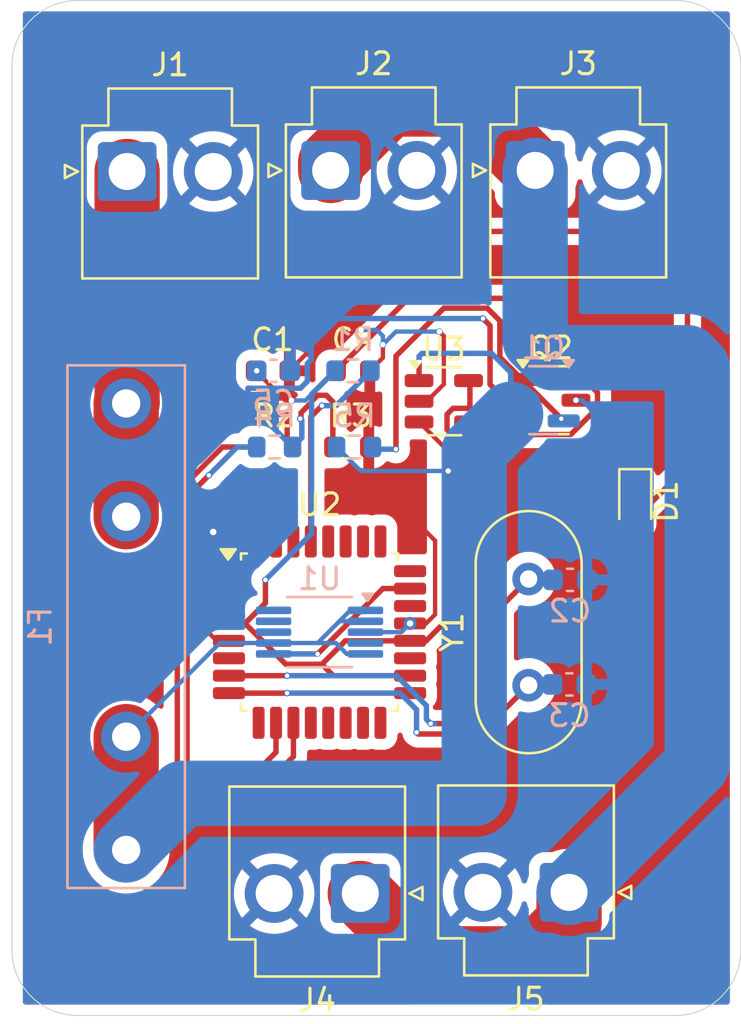
<source format=kicad_pcb>
(kicad_pcb (version 20241229) (generator "pcbnew") (generator_version "9.0")
  (layers (0 "F.Cu" signal) (2 "B.Cu" signal) (13 "F.Paste" user) (15 "B.Paste" user) (5 "F.SilkS" user "F.Silkscreen") (7 "B.SilkS" user "B.Silkscreen") (1 "F.Mask" user) (3 "B.Mask" user) (25 "Edge.Cuts" user))
  (net 0 "")
  (net 1 "GND")
  (net 2 "Net-(Q1-G)")
  (net 3 "Net-(Q2-G)")
  (net 4 "+6.6V")
  (net 5 "+5V")
  (net 6 "Net-(J1-Pin_1)")
  (net 7 "+BATT")
  (net 8 "VREF")
  (net 9 "Net-(U2-XTAL1{slash}PB6)")
  (net 10 "Net-(U2-XTAL2{slash}PB7)")
  (net 11 "Net-(D1-A)")
  (net 12 "Net-(U2-~{RESET}{slash}PC6)")
  (net 13 "Net-(U2-PD7)")
  (net 14 "Net-(U2-PD6)")
  (net 37 "Net-(U3-BP)")
  (footprint "Diode_SMD:D_0603_1608Metric" (layer "F.Cu") (at 102.4 91 -90)
    (property "Reference" "D1" (at 0 -1.43 90) (layer "F.SilkS"))
    (property "Value" "LED")
    (fp_line (start -1.485 0.735) (end 0.8 0.735) (stroke (width 0.12)) (layer "F.SilkS"))
    (fp_line (start -1.485 -0.735) (end -1.485 0.735) (stroke (width 0.12)) (layer "F.SilkS"))
    (fp_line (start 0.8 -0.735) (end -1.485 -0.735) (stroke (width 0.12)) (layer "F.SilkS"))
    (pad "1" smd roundrect (at -0.7875 0 270) (size 0.875 0.95) (layers "F.Cu" "F.Mask" "F.Paste") (net 1 "GND"))
    (pad "2" smd roundrect (at 0.7875 0 270) (size 0.875 0.95) (layers "F.Cu" "F.Mask" "F.Paste") (net 11 "Net-(D1-A)"))
  )
  (footprint "Resistor_SMD:R_0603_1608Metric" (layer "F.Cu") (at 85.825 88.5)
    (property "Reference" "R2" (at 0 -1.43 0) (layer "F.SilkS"))
    (property "Value" "10K")
    (fp_line (start -0.237258 -0.5225) (end 0.237258 -0.5225) (stroke (width 0.12)) (layer "F.SilkS"))
    (fp_line (start -0.237258 0.5225) (end 0.237258 0.5225) (stroke (width 0.12)) (layer "F.SilkS"))
    (pad "1" smd roundrect (at -0.825 0) (size 0.8 0.95) (layers "F.Cu" "F.Mask" "F.Paste") (net 13 "Net-(U2-PD7)"))
    (pad "2" smd roundrect (at 0.825 0) (size 0.8 0.95) (layers "F.Cu" "F.Mask" "F.Paste") (net 11 "Net-(D1-A)"))
  )
  (footprint "Resistor_SMD:R_0603_1608Metric" (layer "F.Cu") (at 89.325 88.5)
    (property "Reference" "R3" (at 0 -1.43 0) (layer "F.SilkS"))
    (property "Value" "10K")
    (fp_line (start -0.237258 -0.5225) (end 0.237258 -0.5225) (stroke (width 0.12)) (layer "F.SilkS"))
    (fp_line (start -0.237258 0.5225) (end 0.237258 0.5225) (stroke (width 0.12)) (layer "F.SilkS"))
    (pad "1" smd roundrect (at -0.825 0) (size 0.8 0.95) (layers "F.Cu" "F.Mask" "F.Paste") (net 3 "Net-(Q2-G)"))
    (pad "2" smd roundrect (at 0.825 0) (size 0.8 0.95) (layers "F.Cu" "F.Mask" "F.Paste") (net 1 "GND"))
  )
  (footprint "Connector_JST:JST_VH_B2P-VH-B_1x02_P3.96mm_Vertical" (layer "F.Cu") (at 99.3575 108.95 180)
    (property "Reference" "J5" (at 1.98 -4.9 0) (layer "F.SilkS"))
    (property "Value" "Conn_01x02")
    (fp_line (start 6.02 4.91) (end -2.06 4.91) (stroke (width 0.12)) (layer "F.SilkS"))
    (fp_line (start 6.02 -2.11) (end 6.02 4.91) (stroke (width 0.12)) (layer "F.SilkS"))
    (fp_line (start 4.82 -2.11) (end 6.02 -2.11) (stroke (width 0.12)) (layer "F.SilkS"))
    (fp_line (start 4.82 -3.81) (end 4.82 -2.11) (stroke (width 0.12)) (layer "F.SilkS"))
    (fp_line (start -0.86 -2.11) (end -0.86 -3.81) (stroke (width 0.12)) (layer "F.SilkS"))
    (fp_line (start -0.86 -3.81) (end 4.82 -3.81) (stroke (width 0.12)) (layer "F.SilkS"))
    (fp_line (start -2.06 4.91) (end -2.06 -2.11) (stroke (width 0.12)) (layer "F.SilkS"))
    (fp_line (start -2.06 -2.11) (end -0.86 -2.11) (stroke (width 0.12)) (layer "F.SilkS"))
    (fp_line (start -2.26 0) (end -2.86 0.3) (stroke (width 0.12)) (layer "F.SilkS"))
    (fp_line (start -2.86 0.3) (end -2.86 -0.3) (stroke (width 0.12)) (layer "F.SilkS"))
    (fp_line (start -2.86 -0.3) (end -2.26 0) (stroke (width 0.12)) (layer "F.SilkS"))
    (pad "1" thru_hole roundrect (at 0 0 180) (size 2.7 2.7) (drill 1.7) (layers "*.Cu" "*.Mask") (roundrect_rratio 0.092593) (net 4 "+6.6V"))
    (pad "2" thru_hole circle (at 3.96 0 180) (size 2.7 2.7) (drill 1.7) (layers "*.Cu" "*.Mask") (net 1 "GND"))
  )
  (footprint "Connector_JST:JST_VH_B2P-VH-B_1x02_P3.96mm_Vertical" (layer "F.Cu") (at 89.76 109 180)
    (property "Reference" "J4" (at 1.98 -4.9 0) (layer "F.SilkS"))
    (property "Value" "Conn_01x02")
    (fp_line (start 6.02 4.91) (end -2.06 4.91) (stroke (width 0.12)) (layer "F.SilkS"))
    (fp_line (start 6.02 -2.11) (end 6.02 4.91) (stroke (width 0.12)) (layer "F.SilkS"))
    (fp_line (start 4.82 -2.11) (end 6.02 -2.11) (stroke (width 0.12)) (layer "F.SilkS"))
    (fp_line (start 4.82 -3.81) (end 4.82 -2.11) (stroke (width 0.12)) (layer "F.SilkS"))
    (fp_line (start -0.86 -2.11) (end -0.86 -3.81) (stroke (width 0.12)) (layer "F.SilkS"))
    (fp_line (start -0.86 -3.81) (end 4.82 -3.81) (stroke (width 0.12)) (layer "F.SilkS"))
    (fp_line (start -2.06 4.91) (end -2.06 -2.11) (stroke (width 0.12)) (layer "F.SilkS"))
    (fp_line (start -2.06 -2.11) (end -0.86 -2.11) (stroke (width 0.12)) (layer "F.SilkS"))
    (fp_line (start -2.26 0) (end -2.86 0.3) (stroke (width 0.12)) (layer "F.SilkS"))
    (fp_line (start -2.86 0.3) (end -2.86 -0.3) (stroke (width 0.12)) (layer "F.SilkS"))
    (fp_line (start -2.86 -0.3) (end -2.26 0) (stroke (width 0.12)) (layer "F.SilkS"))
    (pad "1" thru_hole roundrect (at 0 0 180) (size 2.7 2.7) (drill 1.7) (layers "*.Cu" "*.Mask") (roundrect_rratio 0.092593) (net 4 "+6.6V"))
    (pad "2" thru_hole circle (at 3.96 0 180) (size 2.7 2.7) (drill 1.7) (layers "*.Cu" "*.Mask") (net 1 "GND"))
  )
  (footprint "Package_QFP:TQFP-32_7x7mm_P0.8mm" (layer "F.Cu") (at 87.8875 97)
    (property "Reference" "U2" (at 0 -5.85 0) (layer "F.SilkS"))
    (property "Value" "ATmega328P-A")
    (fp_line (start -3.61 -3.61) (end -3.61 -3.335) (stroke (width 0.12)) (layer "F.SilkS"))
    (fp_line (start -3.61 3.61) (end -3.61 3.335) (stroke (width 0.12)) (layer "F.SilkS"))
    (fp_line (start -3.335 -3.61) (end -3.61 -3.61) (stroke (width 0.12)) (layer "F.SilkS"))
    (fp_line (start -3.335 3.61) (end -3.61 3.61) (stroke (width 0.12)) (layer "F.SilkS"))
    (fp_line (start 3.335 -3.61) (end 3.61 -3.61) (stroke (width 0.12)) (layer "F.SilkS"))
    (fp_line (start 3.335 3.61) (end 3.61 3.61) (stroke (width 0.12)) (layer "F.SilkS"))
    (fp_line (start 3.61 -3.61) (end 3.61 -3.335) (stroke (width 0.12)) (layer "F.SilkS"))
    (fp_line (start 3.61 3.61) (end 3.61 3.335) (stroke (width 0.12)) (layer "F.SilkS"))
    (fp_poly (pts (xy -4.2 -3.335) (xy -4.54 -3.805) (xy -3.86 -3.805)) (stroke (width 0.12)) (fill yes) (layer "F.SilkS"))
    (pad "1" smd roundrect (at -4.1625 -2.8) (size 1.475 0.55) (layers "F.Cu" "F.Mask" "F.Paste"))
    (pad "2" smd roundrect (at -4.1625 -2) (size 1.475 0.55) (layers "F.Cu" "F.Mask" "F.Paste"))
    (pad "3" smd roundrect (at -4.1625 -1.2) (size 1.475 0.55) (layers "F.Cu" "F.Mask" "F.Paste") (net 1 "GND"))
    (pad "4" smd roundrect (at -4.1625 -0.4) (size 1.475 0.55) (layers "F.Cu" "F.Mask" "F.Paste") (net 5 "+5V"))
    (pad "5" smd roundrect (at -4.1625 0.4) (size 1.475 0.55) (layers "F.Cu" "F.Mask" "F.Paste") (net 1 "GND"))
    (pad "6" smd roundrect (at -4.1625 1.2) (size 1.475 0.55) (layers "F.Cu" "F.Mask" "F.Paste") (net 5 "+5V"))
    (pad "7" smd roundrect (at -4.1625 2) (size 1.475 0.55) (layers "F.Cu" "F.Mask" "F.Paste") (net 9 "Net-(U2-XTAL1{slash}PB6)"))
    (pad "8" smd roundrect (at -4.1625 2.8) (size 1.475 0.55) (layers "F.Cu" "F.Mask" "F.Paste") (net 10 "Net-(U2-XTAL2{slash}PB7)"))
    (pad "9" smd roundrect (at -2.8 4.1625) (size 0.55 1.475) (layers "F.Cu" "F.Mask" "F.Paste"))
    (pad "10" smd roundrect (at -2 4.1625) (size 0.55 1.475) (layers "F.Cu" "F.Mask" "F.Paste") (net 14 "Net-(U2-PD6)"))
    (pad "11" smd roundrect (at -1.2 4.1625) (size 0.55 1.475) (layers "F.Cu" "F.Mask" "F.Paste") (net 13 "Net-(U2-PD7)"))
    (pad "12" smd roundrect (at -0.4 4.1625) (size 0.55 1.475) (layers "F.Cu" "F.Mask" "F.Paste"))
    (pad "13" smd roundrect (at 0.4 4.1625) (size 0.55 1.475) (layers "F.Cu" "F.Mask" "F.Paste"))
    (pad "14" smd roundrect (at 1.2 4.1625) (size 0.55 1.475) (layers "F.Cu" "F.Mask" "F.Paste"))
    (pad "15" smd roundrect (at 2 4.1625) (size 0.55 1.475) (layers "F.Cu" "F.Mask" "F.Paste"))
    (pad "16" smd roundrect (at 2.8 4.1625) (size 0.55 1.475) (layers "F.Cu" "F.Mask" "F.Paste"))
    (pad "17" smd roundrect (at 4.1625 2.8) (size 1.475 0.55) (layers "F.Cu" "F.Mask" "F.Paste"))
    (pad "18" smd roundrect (at 4.1625 2) (size 1.475 0.55) (layers "F.Cu" "F.Mask" "F.Paste") (net 5 "+5V"))
    (pad "19" smd roundrect (at 4.1625 1.2) (size 1.475 0.55) (layers "F.Cu" "F.Mask" "F.Paste"))
    (pad "20" smd roundrect (at 4.1625 0.4) (size 1.475 0.55) (layers "F.Cu" "F.Mask" "F.Paste") (net 5 "+5V"))
    (pad "21" smd roundrect (at 4.1625 -0.4) (size 1.475 0.55) (layers "F.Cu" "F.Mask" "F.Paste") (net 1 "GND"))
    (pad "22" smd roundrect (at 4.1625 -1.2) (size 1.475 0.55) (layers "F.Cu" "F.Mask" "F.Paste"))
    (pad "23" smd roundrect (at 4.1625 -2) (size 1.475 0.55) (layers "F.Cu" "F.Mask" "F.Paste") (net 8 "VREF"))
    (pad "24" smd roundrect (at 4.1625 -2.8) (size 1.475 0.55) (layers "F.Cu" "F.Mask" "F.Paste"))
    (pad "25" smd roundrect (at 2.8 -4.1625) (size 0.55 1.475) (layers "F.Cu" "F.Mask" "F.Paste"))
    (pad "26" smd roundrect (at 2 -4.1625) (size 0.55 1.475) (layers "F.Cu" "F.Mask" "F.Paste"))
    (pad "27" smd roundrect (at 1.2 -4.1625) (size 0.55 1.475) (layers "F.Cu" "F.Mask" "F.Paste"))
    (pad "28" smd roundrect (at 0.4 -4.1625) (size 0.55 1.475) (layers "F.Cu" "F.Mask" "F.Paste"))
    (pad "29" smd roundrect (at -0.4 -4.1625) (size 0.55 1.475) (layers "F.Cu" "F.Mask" "F.Paste") (net 12 "Net-(U2-~{RESET}{slash}PC6)"))
    (pad "30" smd roundrect (at -1.2 -4.1625) (size 0.55 1.475) (layers "F.Cu" "F.Mask" "F.Paste"))
    (pad "31" smd roundrect (at -2 -4.1625) (size 0.55 1.475) (layers "F.Cu" "F.Mask" "F.Paste"))
    (pad "32" smd roundrect (at -2.8 -4.1625) (size 0.55 1.475) (layers "F.Cu" "F.Mask" "F.Paste"))
  )
  (footprint "Connector_JST:JST_VH_B2P-VH-B_1x02_P3.96mm_Vertical" (layer "F.Cu") (at 79.0425 75.85)
    (property "Reference" "J1" (at 1.98 -4.9 0) (layer "F.SilkS"))
    (property "Value" "Conn_01x02")
    (fp_line (start -2.86 -0.3) (end -2.26 0) (stroke (width 0.12)) (layer "F.SilkS"))
    (fp_line (start -2.86 0.3) (end -2.86 -0.3) (stroke (width 0.12)) (layer "F.SilkS"))
    (fp_line (start -2.26 0) (end -2.86 0.3) (stroke (width 0.12)) (layer "F.SilkS"))
    (fp_line (start -2.06 -2.11) (end -0.86 -2.11) (stroke (width 0.12)) (layer "F.SilkS"))
    (fp_line (start -2.06 4.91) (end -2.06 -2.11) (stroke (width 0.12)) (layer "F.SilkS"))
    (fp_line (start -0.86 -3.81) (end 4.82 -3.81) (stroke (width 0.12)) (layer "F.SilkS"))
    (fp_line (start -0.86 -2.11) (end -0.86 -3.81) (stroke (width 0.12)) (layer "F.SilkS"))
    (fp_line (start 4.82 -3.81) (end 4.82 -2.11) (stroke (width 0.12)) (layer "F.SilkS"))
    (fp_line (start 4.82 -2.11) (end 6.02 -2.11) (stroke (width 0.12)) (layer "F.SilkS"))
    (fp_line (start 6.02 -2.11) (end 6.02 4.91) (stroke (width 0.12)) (layer "F.SilkS"))
    (fp_line (start 6.02 4.91) (end -2.06 4.91) (stroke (width 0.12)) (layer "F.SilkS"))
    (pad "1" thru_hole roundrect (at 0 0) (size 2.7 2.7) (drill 1.7) (layers "*.Cu" "*.Mask") (roundrect_rratio 0.092593) (net 6 "Net-(J1-Pin_1)"))
    (pad "2" thru_hole circle (at 3.96 0) (size 2.7 2.7) (drill 1.7) (layers "*.Cu" "*.Mask") (net 1 "GND"))
  )
  (footprint "Connector_JST:JST_VH_B2P-VH-B_1x02_P3.96mm_Vertical" (layer "F.Cu") (at 97.8 75.8)
    (property "Reference" "J3" (at 1.98 -4.9 0) (layer "F.SilkS"))
    (property "Value" "Conn_01x02")
    (fp_line (start -2.86 -0.3) (end -2.26 0) (stroke (width 0.12)) (layer "F.SilkS"))
    (fp_line (start -2.86 0.3) (end -2.86 -0.3) (stroke (width 0.12)) (layer "F.SilkS"))
    (fp_line (start -2.26 0) (end -2.86 0.3) (stroke (width 0.12)) (layer "F.SilkS"))
    (fp_line (start -2.06 -2.11) (end -0.86 -2.11) (stroke (width 0.12)) (layer "F.SilkS"))
    (fp_line (start -2.06 4.91) (end -2.06 -2.11) (stroke (width 0.12)) (layer "F.SilkS"))
    (fp_line (start -0.86 -3.81) (end 4.82 -3.81) (stroke (width 0.12)) (layer "F.SilkS"))
    (fp_line (start -0.86 -2.11) (end -0.86 -3.81) (stroke (width 0.12)) (layer "F.SilkS"))
    (fp_line (start 4.82 -3.81) (end 4.82 -2.11) (stroke (width 0.12)) (layer "F.SilkS"))
    (fp_line (start 4.82 -2.11) (end 6.02 -2.11) (stroke (width 0.12)) (layer "F.SilkS"))
    (fp_line (start 6.02 -2.11) (end 6.02 4.91) (stroke (width 0.12)) (layer "F.SilkS"))
    (fp_line (start 6.02 4.91) (end -2.06 4.91) (stroke (width 0.12)) (layer "F.SilkS"))
    (pad "1" thru_hole roundrect (at 0 0) (size 2.7 2.7) (drill 1.7) (layers "*.Cu" "*.Mask") (roundrect_rratio 0.092593) (net 4 "+6.6V"))
    (pad "2" thru_hole circle (at 3.96 0) (size 2.7 2.7) (drill 1.7) (layers "*.Cu" "*.Mask") (net 1 "GND"))
  )
  (footprint "Capacitor_SMD:C_0603_1608Metric" (layer "F.Cu") (at 89.425 85)
    (property "Reference" "C4" (at 0 -1.43 0) (layer "F.SilkS"))
    (property "Value" "470pF")
    (fp_line (start -0.14058 -0.51) (end 0.14058 -0.51) (stroke (width 0.12)) (layer "F.SilkS"))
    (fp_line (start -0.14058 0.51) (end 0.14058 0.51) (stroke (width 0.12)) (layer "F.SilkS"))
    (pad "1" smd roundrect (at -0.775 0) (size 0.9 0.95) (layers "F.Cu" "F.Mask" "F.Paste") (net 37 "Net-(U3-BP)"))
    (pad "2" smd roundrect (at 0.775 0) (size 0.9 0.95) (layers "F.Cu" "F.Mask" "F.Paste") (net 1 "GND"))
  )
  (footprint "Capacitor_SMD:C_0603_1608Metric" (layer "F.Cu") (at 85.725 85)
    (property "Reference" "C1" (at 0 -1.43 0) (layer "F.SilkS"))
    (property "Value" "0.1uF")
    (fp_line (start -0.14058 -0.51) (end 0.14058 -0.51) (stroke (width 0.12)) (layer "F.SilkS"))
    (fp_line (start -0.14058 0.51) (end 0.14058 0.51) (stroke (width 0.12)) (layer "F.SilkS"))
    (pad "1" smd roundrect (at -0.775 0) (size 0.9 0.95) (layers "F.Cu" "F.Mask" "F.Paste") (net 5 "+5V"))
    (pad "2" smd roundrect (at 0.775 0) (size 0.9 0.95) (layers "F.Cu" "F.Mask" "F.Paste") (net 1 "GND"))
  )
  (footprint "Crystal:Crystal_HC49-U_Vertical" (layer "F.Cu") (at 97.5 99.44 90)
    (property "Reference" "Y1" (at 2.44 -3.52 90) (layer "F.SilkS"))
    (property "Value" "Crystal")
    (fp_line (start -0.685 -2.435) (end 5.565 -2.435) (stroke (width 0.12)) (layer "F.SilkS"))
    (fp_line (start 5.565 2.435) (end -0.685 2.435) (stroke (width 0.12)) (layer "F.SilkS"))
    (fp_arc (start 5.565 -2.435) (mid 8 0) (end 5.565 2.435) (stroke (width 0.12)) (layer "F.SilkS"))
    (fp_arc (start -0.685 2.435) (mid -3.12 0) (end -0.685 -2.435) (stroke (width 0.12)) (layer "F.SilkS"))
    (pad "1" thru_hole circle (at 0 0 90) (size 1.5 1.5) (drill 0.8) (layers "*.Cu" "*.Mask") (net 10 "Net-(U2-XTAL2{slash}PB7)"))
    (pad "2" thru_hole circle (at 4.88 0 90) (size 1.5 1.5) (drill 0.8) (layers "*.Cu" "*.Mask") (net 9 "Net-(U2-XTAL1{slash}PB6)"))
  )
  (footprint "Package_TO_SOT_SMD:SOT-23-3" (layer "F.Cu") (at 98.5375 86.35)
    (property "Reference" "Q2" (at 0 -2.4 0) (layer "F.SilkS"))
    (property "Value" "NMOS")
    (fp_line (start 0 -1.56) (end -0.8 -1.56) (stroke (width 0.12)) (layer "F.SilkS"))
    (fp_line (start 0 -1.56) (end 0.8 -1.56) (stroke (width 0.12)) (layer "F.SilkS"))
    (fp_line (start 0 1.56) (end -0.8 1.56) (stroke (width 0.12)) (layer "F.SilkS"))
    (fp_line (start 0 1.56) (end 0.8 1.56) (stroke (width 0.12)) (layer "F.SilkS"))
    (fp_poly (pts (xy -1.3 -1.51) (xy -1.54 -1.84) (xy -1.06 -1.84)) (stroke (width 0.12)) (fill yes) (layer "F.SilkS"))
    (pad "1" smd roundrect (at -1.1375 -0.95) (size 1.325 0.6) (layers "F.Cu" "F.Mask" "F.Paste") (net 2 "Net-(Q1-G)"))
    (pad "2" smd roundrect (at -1.1375 0.95) (size 1.325 0.6) (layers "F.Cu" "F.Mask" "F.Paste") (net 3 "Net-(Q2-G)"))
    (pad "3" smd roundrect (at 1.1375 0) (size 1.325 0.6) (layers "F.Cu" "F.Mask" "F.Paste") (net 1 "GND"))
  )
  (footprint "Package_TO_SOT_SMD:SOT-23-5" (layer "F.Cu") (at 93.6 86.4)
    (property "Reference" "U3" (at 0 -2.4 0) (layer "F.SilkS"))
    (property "Value" "MIC5219-5.0YM5")
    (fp_line (start 0 -1.56) (end -0.8 -1.56) (stroke (width 0.12)) (layer "F.SilkS"))
    (fp_line (start 0 -1.56) (end 0.8 -1.56) (stroke (width 0.12)) (layer "F.SilkS"))
    (fp_line (start 0 1.56) (end -0.8 1.56) (stroke (width 0.12)) (layer "F.SilkS"))
    (fp_line (start 0 1.56) (end 0.8 1.56) (stroke (width 0.12)) (layer "F.SilkS"))
    (fp_poly (pts (xy -1.3 -1.51) (xy -1.54 -1.84) (xy -1.06 -1.84)) (stroke (width 0.12)) (fill yes) (layer "F.SilkS"))
    (pad "1" smd roundrect (at -1.1375 -0.95) (size 1.325 0.6) (layers "F.Cu" "F.Mask" "F.Paste") (net 7 "+BATT"))
    (pad "2" smd roundrect (at -1.1375 0) (size 1.325 0.6) (layers "F.Cu" "F.Mask" "F.Paste") (net 1 "GND"))
    (pad "3" smd roundrect (at -1.1375 0.95) (size 1.325 0.6) (layers "F.Cu" "F.Mask" "F.Paste") (net 7 "+BATT"))
    (pad "4" smd roundrect (at 1.1375 0.95) (size 1.325 0.6) (layers "F.Cu" "F.Mask" "F.Paste") (net 37 "Net-(U3-BP)"))
    (pad "5" smd roundrect (at 1.1375 -0.95) (size 1.325 0.6) (layers "F.Cu" "F.Mask" "F.Paste") (net 5 "+5V"))
  )
  (footprint "Connector_JST:JST_VH_B2P-VH-B_1x02_P3.96mm_Vertical" (layer "F.Cu") (at 88.4 75.8)
    (property "Reference" "J2" (at 1.98 -4.9 0) (layer "F.SilkS"))
    (property "Value" "Conn_01x02")
    (fp_line (start -2.86 -0.3) (end -2.26 0) (stroke (width 0.12)) (layer "F.SilkS"))
    (fp_line (start -2.86 0.3) (end -2.86 -0.3) (stroke (width 0.12)) (layer "F.SilkS"))
    (fp_line (start -2.26 0) (end -2.86 0.3) (stroke (width 0.12)) (layer "F.SilkS"))
    (fp_line (start -2.06 -2.11) (end -0.86 -2.11) (stroke (width 0.12)) (layer "F.SilkS"))
    (fp_line (start -2.06 4.91) (end -2.06 -2.11) (stroke (width 0.12)) (layer "F.SilkS"))
    (fp_line (start -0.86 -3.81) (end 4.82 -3.81) (stroke (width 0.12)) (layer "F.SilkS"))
    (fp_line (start -0.86 -2.11) (end -0.86 -3.81) (stroke (width 0.12)) (layer "F.SilkS"))
    (fp_line (start 4.82 -3.81) (end 4.82 -2.11) (stroke (width 0.12)) (layer "F.SilkS"))
    (fp_line (start 4.82 -2.11) (end 6.02 -2.11) (stroke (width 0.12)) (layer "F.SilkS"))
    (fp_line (start 6.02 -2.11) (end 6.02 4.91) (stroke (width 0.12)) (layer "F.SilkS"))
    (fp_line (start 6.02 4.91) (end -2.06 4.91) (stroke (width 0.12)) (layer "F.SilkS"))
    (pad "1" thru_hole roundrect (at 0 0) (size 2.7 2.7) (drill 1.7) (layers "*.Cu" "*.Mask") (roundrect_rratio 0.092593) (net 4 "+6.6V"))
    (pad "2" thru_hole circle (at 3.96 0) (size 2.7 2.7) (drill 1.7) (layers "*.Cu" "*.Mask") (net 1 "GND"))
  )
  (footprint "Resistor_SMD:R_0603_1608Metric" (layer "B.Cu") (at 89.5 88.5 180)
    (property "Reference" "R5" (at 0 1.43 0) (layer "B.SilkS") (effects (justify mirror)))
    (property "Value" "10K")
    (fp_line (start -0.237258 0.5225) (end 0.237258 0.5225) (stroke (width 0.12)) (layer "B.SilkS"))
    (fp_line (start -0.237258 -0.5225) (end 0.237258 -0.5225) (stroke (width 0.12)) (layer "B.SilkS"))
    (pad "1" smd roundrect (at -0.825 0 180) (size 0.8 0.95) (layers "B.Cu" "B.Mask" "B.Paste") (net 2 "Net-(Q1-G)"))
    (pad "2" smd roundrect (at 0.825 0 180) (size 0.8 0.95) (layers "B.Cu" "B.Mask" "B.Paste") (net 7 "+BATT"))
  )
  (footprint "Resistor_SMD:R_0603_1608Metric" (layer "B.Cu") (at 89.425 85 180)
    (property "Reference" "R1" (at 0 1.43 0) (layer "B.SilkS") (effects (justify mirror)))
    (property "Value" "10K")
    (fp_line (start -0.237258 0.5225) (end 0.237258 0.5225) (stroke (width 0.12)) (layer "B.SilkS"))
    (fp_line (start -0.237258 -0.5225) (end 0.237258 -0.5225) (stroke (width 0.12)) (layer "B.SilkS"))
    (pad "1" smd roundrect (at -0.825 0 180) (size 0.8 0.95) (layers "B.Cu" "B.Mask" "B.Paste") (net 12 "Net-(U2-~{RESET}{slash}PC6)"))
    (pad "2" smd roundrect (at 0.825 0 180) (size 0.8 0.95) (layers "B.Cu" "B.Mask" "B.Paste") (net 5 "+5V"))
  )
  (footprint "Capacitor_SMD:C_0603_1608Metric" (layer "B.Cu") (at 85.775 85)
    (property "Reference" "C5" (at 0 1.43 0) (layer "B.SilkS") (effects (justify mirror)))
    (property "Value" "2.2uF")
    (fp_line (start -0.14058 -0.51) (end 0.14058 -0.51) (stroke (width 0.12)) (layer "B.SilkS"))
    (fp_line (start -0.14058 0.51) (end 0.14058 0.51) (stroke (width 0.12)) (layer "B.SilkS"))
    (pad "1" smd roundrect (at -0.775 0) (size 0.9 0.95) (layers "B.Cu" "B.Mask" "B.Paste") (net 5 "+5V"))
    (pad "2" smd roundrect (at 0.775 0) (size 0.9 0.95) (layers "B.Cu" "B.Mask" "B.Paste") (net 1 "GND"))
  )
  (footprint "Fuse:Fuseholder_Littelfuse_445_030_series_5x20mm" (layer "B.Cu") (at 79 86.5 -90)
    (property "Reference" "F1" (at 10.25 3.95 90) (layer "B.SilkS") (effects (justify mirror)))
    (property "Value" "Fuse")
    (fp_line (start -1.75 2.7) (end 22.25 2.7) (stroke (width 0.12)) (layer "B.SilkS"))
    (fp_line (start 22.25 2.7) (end 22.25 -2.7) (stroke (width 0.12)) (layer "B.SilkS"))
    (fp_line (start -1.75 -2.7) (end -1.75 2.7) (stroke (width 0.12)) (layer "B.SilkS"))
    (fp_line (start 22.25 -2.7) (end -1.75 -2.7) (stroke (width 0.12)) (layer "B.SilkS"))
    (pad "1" thru_hole circle (at 0 0 270) (size 2.3 2.3) (drill 1.3) (layers "*.Cu" "*.Mask") (net 6 "Net-(J1-Pin_1)"))
    (pad "1" thru_hole circle (at 5.2 0 270) (size 2.3 2.3) (drill 1.3) (layers "*.Cu" "*.Mask") (net 6 "Net-(J1-Pin_1)"))
    (pad "2" thru_hole circle (at 15.3 0 270) (size 2.3 2.3) (drill 1.3) (layers "*.Cu" "*.Mask") (net 7 "+BATT"))
    (pad "2" thru_hole circle (at 20.5 0 270) (size 2.3 2.3) (drill 1.3) (layers "*.Cu" "*.Mask") (net 7 "+BATT"))
  )
  (footprint "Package_SO:MSOP-10_3x3mm_P0.5mm" (layer "B.Cu") (at 87.8875 97 180)
    (property "Reference" "U1" (at 0 2.45 0) (layer "B.SilkS") (effects (justify mirror)))
    (property "Value" "LT1996CMS_PBF")
    (fp_line (start 0 1.61) (end 1.5 1.61) (stroke (width 0.12)) (layer "B.SilkS"))
    (fp_line (start 0 1.61) (end -1.5 1.61) (stroke (width 0.12)) (layer "B.SilkS"))
    (fp_line (start 0 -1.61) (end 1.5 -1.61) (stroke (width 0.12)) (layer "B.SilkS"))
    (fp_line (start 0 -1.61) (end -1.5 -1.61) (stroke (width 0.12)) (layer "B.SilkS"))
    (fp_poly (pts (xy -2.2125 1.435) (xy -2.4525 1.765) (xy -1.9725 1.765)) (stroke (width 0.12)) (fill yes) (layer "B.SilkS"))
    (pad "1" smd roundrect (at -2.1125 1 180) (size 1.625 0.35) (layers "B.Cu" "B.Mask" "B.Paste") (net 7 "+BATT"))
    (pad "2" smd roundrect (at -2.1125 0.5 180) (size 1.625 0.35) (layers "B.Cu" "B.Mask" "B.Paste") (net 7 "+BATT"))
    (pad "3" smd roundrect (at -2.1125 0 180) (size 1.625 0.35) (layers "B.Cu" "B.Mask" "B.Paste") (net 1 "GND"))
    (pad "4" smd roundrect (at -2.1125 -0.5 180) (size 1.625 0.35) (layers "B.Cu" "B.Mask" "B.Paste") (net 1 "GND"))
    (pad "5" smd roundrect (at -2.1125 -1 180) (size 1.625 0.35) (layers "B.Cu" "B.Mask" "B.Paste") (net 7 "+BATT"))
    (pad "6" smd roundrect (at 2.1125 -1 180) (size 1.625 0.35) (layers "B.Cu" "B.Mask" "B.Paste") (net 8 "VREF"))
    (pad "7" smd roundrect (at 2.1125 -0.5 180) (size 1.625 0.35) (layers "B.Cu" "B.Mask" "B.Paste") (net 7 "+BATT"))
    (pad "8" smd roundrect (at 2.1125 0 180) (size 1.625 0.35) (layers "B.Cu" "B.Mask" "B.Paste"))
    (pad "9" smd roundrect (at 2.1125 0.5 180) (size 1.625 0.35) (layers "B.Cu" "B.Mask" "B.Paste"))
    (pad "10" smd roundrect (at 2.1125 1 180) (size 1.625 0.35) (layers "B.Cu" "B.Mask" "B.Paste"))
  )
  (footprint "Resistor_SMD:R_0603_1608Metric" (layer "B.Cu") (at 85.825 88.5 180)
    (property "Reference" "R4" (at 0 1.43 0) (layer "B.SilkS") (effects (justify mirror)))
    (property "Value" "100")
    (fp_line (start -0.237258 0.5225) (end 0.237258 0.5225) (stroke (width 0.12)) (layer "B.SilkS"))
    (fp_line (start -0.237258 -0.5225) (end 0.237258 -0.5225) (stroke (width 0.12)) (layer "B.SilkS"))
    (pad "1" smd roundrect (at -0.825 0 180) (size 0.8 0.95) (layers "B.Cu" "B.Mask" "B.Paste") (net 3 "Net-(Q2-G)"))
    (pad "2" smd roundrect (at 0.825 0 180) (size 0.8 0.95) (layers "B.Cu" "B.Mask" "B.Paste") (net 14 "Net-(U2-PD6)"))
  )
  (footprint "Capacitor_SMD:C_0603_1608Metric" (layer "B.Cu") (at 99.4 94.6)
    (property "Reference" "C2" (at 0 1.43 0) (layer "B.SilkS") (effects (justify mirror)))
    (property "Value" "22pF")
    (fp_line (start -0.14058 -0.51) (end 0.14058 -0.51) (stroke (width 0.12)) (layer "B.SilkS"))
    (fp_line (start -0.14058 0.51) (end 0.14058 0.51) (stroke (width 0.12)) (layer "B.SilkS"))
    (pad "1" smd roundrect (at -0.775 0) (size 0.9 0.95) (layers "B.Cu" "B.Mask" "B.Paste") (net 9 "Net-(U2-XTAL1{slash}PB6)"))
    (pad "2" smd roundrect (at 0.775 0) (size 0.9 0.95) (layers "B.Cu" "B.Mask" "B.Paste") (net 1 "GND"))
  )
  (footprint "Capacitor_SMD:C_0603_1608Metric" (layer "B.Cu") (at 99.375 99.4)
    (property "Reference" "C3" (at 0 1.43 0) (layer "B.SilkS") (effects (justify mirror)))
    (property "Value" "22pF")
    (fp_line (start -0.14058 -0.51) (end 0.14058 -0.51) (stroke (width 0.12)) (layer "B.SilkS"))
    (fp_line (start -0.14058 0.51) (end 0.14058 0.51) (stroke (width 0.12)) (layer "B.SilkS"))
    (pad "1" smd roundrect (at -0.775 0) (size 0.9 0.95) (layers "B.Cu" "B.Mask" "B.Paste") (net 10 "Net-(U2-XTAL2{slash}PB7)"))
    (pad "2" smd roundrect (at 0.775 0) (size 0.9 0.95) (layers "B.Cu" "B.Mask" "B.Paste") (net 1 "GND"))
  )
  (footprint "Package_TO_SOT_SMD:SOT-23" (layer "B.Cu") (at 98.175 86.35 180)
    (property "Reference" "Q1" (at 0 2.4 0) (layer "B.SilkS") (effects (justify mirror)))
    (property "Value" "PMOS")
    (fp_line (start 0 1.56) (end 0.65 1.56) (stroke (width 0.12)) (layer "B.SilkS"))
    (fp_line (start 0 1.56) (end -0.65 1.56) (stroke (width 0.12)) (layer "B.SilkS"))
    (fp_line (start 0 -1.56) (end 0.65 -1.56) (stroke (width 0.12)) (layer "B.SilkS"))
    (fp_line (start 0 -1.56) (end -0.65 -1.56) (stroke (width 0.12)) (layer "B.SilkS"))
    (fp_poly (pts (xy -1.1625 1.51) (xy -1.4025 1.84) (xy -0.9225 1.84)) (stroke (width 0.12)) (fill yes) (layer "B.SilkS"))
    (pad "1" smd roundrect (at -0.9375 0.95 180) (size 1.475 0.6) (layers "B.Cu" "B.Mask" "B.Paste") (net 4 "+6.6V"))
    (pad "2" smd roundrect (at -0.9375 -0.95 180) (size 1.475 0.6) (layers "B.Cu" "B.Mask" "B.Paste") (net 2 "Net-(Q1-G)"))
    (pad "3" smd roundrect (at 0.9375 0 180) (size 1.475 0.6) (layers "B.Cu" "B.Mask" "B.Paste") (net 7 "+BATT"))
  )
  (gr_arc (start 76.75 114.6) (mid 74.62868 113.72132) (end 73.75 111.6) (stroke (width 0.05)) (layer "Edge.Cuts"))
  (gr_arc (start 107.25 111.6) (mid 106.37132 113.72132) (end 104.25 114.6) (stroke (width 0.05)) (layer "Edge.Cuts"))
  (gr_arc (start 73.75 71) (mid 74.62868 68.87868) (end 76.75 68) (stroke (width 0.05)) (layer "Edge.Cuts"))
  (gr_line (start 73.75 111.6) (end 73.75 71) (stroke (width 0.05)) (layer "Edge.Cuts"))
  (gr_arc (start 104.25 68) (mid 106.37132 68.87868) (end 107.25 71) (stroke (width 0.05)) (layer "Edge.Cuts"))
  (gr_line (start 104.25 114.6) (end 76.75 114.6) (stroke (width 0.05)) (layer "Edge.Cuts"))
  (gr_line (start 107.25 71) (end 107.25 111.6) (stroke (width 0.05)) (layer "Edge.Cuts"))
  (gr_line (start 76.75 68) (end 104.25 68) (stroke (width 0.05)) (layer "Edge.Cuts"))
  (segment (start 93.2 96.187499) (end 93.2 92.8) (width 0.2) (layer "F.Cu") (net 1))
  (segment (start 82.6865 95.9135) (end 82.6865 92.7135) (width 0.2) (layer "F.Cu") (net 1))
  (segment (start 92.05 96.6) (end 92.787499 96.6) (width 0.2) (layer "F.Cu") (net 1))
  (segment (start 92.816968 86.4) (end 92.4625 86.4) (width 0.2) (layer "F.Cu") (net 1))
  (segment (start 83.725 97.4) (end 83.163556 97.4) (width 0.2) (layer "F.Cu") (net 1))
  (segment (start 90.8 84.4) (end 90.2 85) (width 0.2) (layer "F.Cu") (net 1))
  (segment (start 82.6865 95.9135) (end 82.8 95.8) (width 0.2) (layer "F.Cu") (net 1))
  (segment (start 93.2 92.8) (end 92.4 92) (width 0.2) (layer "F.Cu") (net 1))
  (segment (start 93.6 85.616968) (end 92.816968 86.4) (width 0.2) (layer "F.Cu") (net 1))
  (segment (start 88.376227 83.123773) (end 89.8 83.123773) (width 0.2) (layer "F.Cu") (net 1))
  (segment (start 82.8 95.8) (end 83.725 95.8) (width 0.2) (layer "F.Cu") (net 1))
  (segment (start 93.4 83.2) (end 93.6 83.4) (width 0.2) (layer "F.Cu") (net 1))
  (segment (start 90.8 83.8) (end 90.8 84.4) (width 0.2) (layer "F.Cu") (net 1))
  (segment (start 93.6 83.4) (end 93.6 85.616968) (width 0.2) (layer "F.Cu") (net 1))
  (segment (start 83.163556 97.4) (end 82.6865 96.922944) (width 0.2) (layer "F.Cu") (net 1))
  (segment (start 82.6865 96.922944) (end 82.6865 95.9135) (width 0.2) (layer "F.Cu") (net 1))
  (segment (start 92.787499 96.6) (end 93.2 96.187499) (width 0.2) (layer "F.Cu") (net 1))
  (segment (start 86.5 85) (end 88.376227 83.123773) (width 0.2) (layer "F.Cu") (net 1))
  (segment (start 82.6865 92.7135) (end 83 92.4) (width 0.2) (layer "F.Cu") (net 1))
  (via (at 89.8 83.123773) (size 0.3) (drill 0.25) (layers "F.Cu" "B.Cu") (net 1))
  (via (at 93.4 83.2) (size 0.3) (drill 0.25) (layers "F.Cu" "B.Cu") (net 1))
  (via (at 83 92.4) (size 0.6) (drill 0.3) (layers "F.Cu" "B.Cu") (net 1))
  (via (at 90.8 83.8) (size 0.3) (drill 0.25) (layers "F.Cu" "B.Cu") (net 1))
  (via (at 92.05 96.6) (size 0.6) (drill 0.3) (layers "F.Cu" "B.Cu") (net 1))
  (via (at 99.675 86.35) (size 0.3) (drill 0.25) (layers "F.Cu" "B.Cu") (net 1))
  (segment (start 90.8 83.4) (end 90.8 83.8) (width 0.2) (layer "B.Cu") (net 1))
  (segment (start 99.675 86.35) (end 99.95 86.35) (width 0.2) (layer "B.Cu") (net 1))
  (segment (start 99.95 86.35) (end 101.6 88) (width 0.2) (layer "B.Cu") (net 1))
  (segment (start 89.8 83.123773) (end 90.523773 83.123773) (width 0.2) (layer "B.Cu") (net 1))
  (segment (start 90 97) (end 91.65 97) (width 0.2) (layer "B.Cu") (net 1))
  (segment (start 90.523773 83.123773) (end 90.8 83.4) (width 0.2) (layer "B.Cu") (net 1))
  (segment (start 91.4 83.2) (end 90.8 83.8) (width 0.2) (layer "B.Cu") (net 1))
  (segment (start 93.4 83.2) (end 91.4 83.2) (width 0.2) (layer "B.Cu") (net 1))
  (segment (start 91.65 97) (end 92.05 96.6) (width 0.2) (layer "B.Cu") (net 1))
  (segment (start 93.602834 82.124) (end 91.4 84.326834) (width 0.25) (layer "F.Cu") (net 2))
  (segment (start 95.597166 82.124) (end 93.602834 82.124) (width 0.25) (layer "F.Cu") (net 2))
  (segment (start 96.177 82.703834) (end 95.597166 82.124) (width 0.25) (layer "F.Cu") (net 2))
  (segment (start 96.177 84.377) (end 96.177 82.703834) (width 0.25) (layer "F.Cu") (net 2))
  (segment (start 97.4 85.4) (end 97.4 85.6) (width 0.25) (layer "F.Cu") (net 2))
  (segment (start 91.4 84.326834) (end 91.4 88.6) (width 0.25) (layer "F.Cu") (net 2))
  (segment (start 97.4 85.6) (end 99 87.2) (width 0.25) (layer "F.Cu") (net 2))
  (segment (start 99 87.2) (end 96.177 84.377) (width 0.25) (layer "F.Cu") (net 2))
  (via (at 99 87.2) (size 0.3) (drill 0.2) (layers "F.Cu" "B.Cu") (net 2))
  (via (at 91.4 88.6) (size 0.3) (drill 0.2) (layers "F.Cu" "B.Cu") (net 2))
  (segment (start 90.425 88.6) (end 90.325 88.5) (width 0.25) (layer "B.Cu") (net 2))
  (segment (start 91.4 88.6) (end 90.425 88.6) (width 0.25) (layer "B.Cu") (net 2))
  (segment (start 95.726 85.626) (end 97.4 87.3) (width 0.25) (layer "F.Cu") (net 3))
  (segment (start 87.524 86.402834) (end 87.524 86.43819) (width 0.25) (layer "F.Cu") (net 3))
  (segment (start 95.726 82.926) (end 95.726 85.626) (width 0.25) (layer "F.Cu") (net 3))
  (segment (start 87.0365 86.92569) (end 87.0365 87.2) (width 0.25) (layer "F.Cu") (net 3))
  (segment (start 95.4 82.6) (end 95.726 82.926) (width 0.25) (layer "F.Cu") (net 3))
  (segment (start 88.5 88.5) (end 88.5 86.426834) (width 0.25) (layer "F.Cu") (net 3))
  (segment (start 87.0365 87.2) (end 87 87.2) (width 0.25) (layer "F.Cu") (net 3))
  (segment (start 87.802834 86.124) (end 87.524 86.402834) (width 0.25) (layer "F.Cu") (net 3))
  (segment (start 88.5 86.426834) (end 88.197166 86.124) (width 0.25) (layer "F.Cu") (net 3))
  (segment (start 88.197166 86.124) (end 87.802834 86.124) (width 0.25) (layer "F.Cu") (net 3))
  (segment (start 87.524 86.43819) (end 87.0365 86.92569) (width 0.25) (layer "F.Cu") (net 3))
  (via (at 95.4 82.6) (size 0.3) (drill 0.2) (layers "F.Cu" "B.Cu") (net 3))
  (via (at 87 87.2) (size 0.3) (drill 0.2) (layers "F.Cu" "B.Cu") (net 3))
  (segment (start 87.073 87.273) (end 87.073 88.077) (width 0.25) (layer "B.Cu") (net 3))
  (segment (start 87 87.2) (end 87.073 87.273) (width 0.25) (layer "B.Cu") (net 3))
  (segment (start 87.498418 84.501582) (end 87.498418 83.701582) (width 0.25) (layer "B.Cu") (net 3))
  (segment (start 87.326 84.674) (end 87.498418 84.501582) (width 0.25) (layer "B.Cu") (net 3))
  (segment (start 87.009466 85.801) (end 87.326 85.484466) (width 0.25) (layer "B.Cu") (net 3))
  (segment (start 84.6 85.801) (end 87.009466 85.801) (width 0.25) (layer "B.Cu") (net 3))
  (segment (start 87.326 85.484466) (end 87.326 84.674) (width 0.25) (layer "B.Cu") (net 3))
  (segment (start 86.65 88.5) (end 84.6 86.45) (width 0.25) (layer "B.Cu") (net 3))
  (segment (start 87.073 88.077) (end 86.65 88.5) (width 0.25) (layer "B.Cu") (net 3))
  (segment (start 87.498418 83.701582) (end 88.6 82.6) (width 0.25) (layer "B.Cu") (net 3))
  (segment (start 88.6 82.6) (end 95.4 82.6) (width 0.25) (layer "B.Cu") (net 3))
  (segment (start 84.6 86.45) (end 84.6 85.801) (width 0.25) (layer "B.Cu") (net 3))
  (segment (start 94.749 72.749) (end 97.8 75.8) (width 3) (layer "F.Cu") (net 4))
  (segment (start 97.656499 112.001) (end 99.3575 110.299999) (width 3) (layer "F.Cu") (net 4))
  (segment (start 88.4 75.445234) (end 91.096234 72.749) (width 3) (layer "F.Cu") (net 4))
  (segment (start 99.3575 110.299999) (end 99.3575 108.95) (width 3) (layer "F.Cu") (net 4))
  (segment (start 91.096234 72.749) (end 94.749 72.749) (width 3) (layer "F.Cu") (net 4))
  (segment (start 92.761 112.001) (end 97.656499 112.001) (width 3) (layer "F.Cu") (net 4))
  (segment (start 88.4 75.8) (end 88.4 75.445234) (width 3) (layer "F.Cu") (net 4))
  (segment (start 89.76 109) (end 92.761 112.001) (width 3) (layer "F.Cu") (net 4))
  (segment (start 105.249 84.849) (end 105.249 103.0585) (width 3) (layer "B.Cu") (net 4))
  (segment (start 105.249 103.0585) (end 99.3575 108.95) (width 3) (layer "B.Cu") (net 4))
  (segment (start 97.8 83.6) (end 97.8 75.8) (width 3) (layer "B.Cu") (net 4))
  (segment (start 98.6 84.4) (end 97.8 83.6) (width 3) (layer "B.Cu") (net 4))
  (segment (start 98.6 84.4) (end 104.8 84.4) (width 3) (layer "B.Cu") (net 4))
  (segment (start 104.8 84.4) (end 105.249 84.849) (width 3) (layer "B.Cu") (net 4))
  (segment (start 94.72569 87.976) (end 94.8 88.05031) (width 0.25) (layer "F.Cu") (net 5))
  (segment (start 94.023678 86.724) (end 93.749 86.998678) (width 0.25) (layer "F.Cu") (net 5))
  (segment (start 85.4 95.662499) (end 84.462499 96.6) (width 0.25) (layer "F.Cu") (net 5))
  (segment (start 92.05 97.4) (end 89.073166 97.4) (width 0.25) (layer "F.Cu") (net 5))
  (segment (start 84.462499 96.6) (end 83.725 96.6) (width 0.25) (layer "F.Cu") (net 5))
  (segment (start 94.8 86.724) (end 94.023678 86.724) (width 0.25) (layer "F.Cu") (net 5))
  (segment (start 87.997166 98.476) (end 86.338499 98.476) (width 0.25) (layer "F.Cu") (net 5))
  (segment (start 86.338499 98.476) (end 84.462499 96.6) (width 0.25) (layer "F.Cu") (net 5))
  (segment (start 92.05 99) (end 88.521166 99) (width 0.25) (layer "F.Cu") (net 5))
  (segment (start 94.7375 85.45) (end 94.8 85.5125) (width 0.25) (layer "F.Cu") (net 5))
  (segment (start 88.521166 99) (end 87.997166 98.476) (width 0.25) (layer "F.Cu") (net 5))
  (segment (start 94.8 85.5125) (end 94.8 86.724) (width 0.25) (layer "F.Cu") (net 5))
  (segment (start 94.8 95.387499) (end 92.787499 97.4) (width 0.25) (layer "F.Cu") (net 5))
  (segment (start 85.4 94.6) (end 85.4 95.662499) (width 0.25) (layer "F.Cu") (net 5))
  (segment (start 92.787499 97.4) (end 92.05 97.4) (width 0.25) (layer "F.Cu") (net 5))
  (segment (start 86.31219 86.36219) (end 86.6 86.36219) (width 0.2) (layer "F.Cu") (net 5))
  (segment (start 89.073166 97.4) (end 87.997166 98.476) (width 0.25) (layer "F.Cu") (net 5))
  (segment (start 94.023678 87.976) (end 94.72569 87.976) (width 0.25) (layer "F.Cu") (net 5))
  (segment (start 93.749 86.998678) (end 93.749 87.701322) (width 0.25) (layer "F.Cu") (net 5))
  (segment (start 94.8 88.05031) (end 94.8 95.387499) (width 0.25) (layer "F.Cu") (net 5))
  (segment (start 93.749 87.701322) (end 94.023678 87.976) (width 0.25) (layer "F.Cu") (net 5))
  (segment (start 84.95 85) (end 86.31219 86.36219) (width 0.2) (layer "F.Cu") (net 5))
  (via (at 86.6 86.36219) (size 0.3) (drill 0.25) (layers "F.Cu" "B.Cu") (net 5))
  (via (at 85.4 94.6) (size 0.3) (drill 0.2) (layers "F.Cu" "B.Cu") (net 5))
  (via (at 85 85) (size 0.6) (drill 0.25) (layers "F.Cu" "B.Cu") (net 5))
  (segment (start 87.524 86.076) (end 87.524 92.476) (width 0.25) (layer "B.Cu") (net 5))
  (segment (start 87.524 92.476) (end 85.4 94.6) (width 0.25) (layer "B.Cu") (net 5))
  (segment (start 88.6 85) (end 87.524 86.076) (width 0.25) (layer "B.Cu") (net 5))
  (segment (start 87.23781 86.36219) (end 87.524 86.076) (width 0.2) (layer "B.Cu") (net 5))
  (segment (start 86.6 86.36219) (end 87.23781 86.36219) (width 0.2) (layer "B.Cu") (net 5))
  (segment (start 79 86.5) (end 79 91.7) (width 3) (layer "F.Cu") (net 6))
  (segment (start 79.0425 86.4575) (end 79 86.5) (width 3) (layer "F.Cu") (net 6))
  (segment (start 79.0425 75.85) (end 79.0425 86.4575) (width 3) (layer "F.Cu") (net 6))
  (segment (start 92.4625 87.35) (end 93.8 88.6875) (width 0.2) (layer "F.Cu") (net 7))
  (segment (start 92.4625 84.6) (end 92.4625 85.45) (width 0.25) (layer "F.Cu") (net 7))
  (segment (start 79 101.8) (end 79 107) (width 3) (layer "F.Cu") (net 7))
  (segment (start 93.8 88.6875) (end 93.8 89.6) (width 0.2) (layer "F.Cu") (net 7))
  (via (at 93.8 89.6) (size 0.6) (drill 0.25) (layers "F.Cu" "B.Cu") (net 7))
  (via (at 92.4625 84.6) (size 0.25) (drill 0.2) (layers "F.Cu" "B.Cu") (net 7))
  (segment (start 83.3 97.5) (end 85.775 97.5) (width 0.2) (layer "B.Cu") (net 7))
  (segment (start 90 96.5) (end 88.8 96.5) (width 0.2) (layer "B.Cu") (net 7))
  (segment (start 93.8 89.6) (end 89.775 89.6) (width 0.2) (layer "B.Cu") (net 7))
  (segment (start 88.75 96.55) (end 87.8 97.5) (width 0.2) (layer "B.Cu") (net 7))
  (segment (start 96.674 85.074) (end 96.674 87.000898) (width 0.25) (layer "B.Cu") (net 7))
  (segment (start 92.4625 84.3375) (end 92.6 84.2) (width 0.25) (layer "B.Cu") (net 7))
  (segment (start 87.8 97.5) (end 88.635652 97.5) (width 0.2) (layer "B.Cu") (net 7))
  (segment (start 85.775 97.5) (end 87.8 97.5) (width 0.2) (layer "B.Cu") (net 7))
  (segment (start 88.8 96.5) (end 88.75 96.55) (width 0.2) (layer "B.Cu") (net 7))
  (segment (start 92.6 84.2) (end 95.8 84.2) (width 0.25) (layer "B.Cu") (net 7))
  (segment (start 81.6 104.4) (end 95 104.4) (width 3) (layer "B.Cu") (net 7))
  (segment (start 89.775 89.6) (end 88.675 88.5) (width 0.2) (layer "B.Cu") (net 7))
  (segment (start 95 88.674898) (end 96.674 87.000898) (width 3) (layer "B.Cu") (net 7))
  (segment (start 95 104.4) (end 95 88.674898) (width 3) (layer "B.Cu") (net 7))
  (segment (start 88.635652 97.5) (end 89.135652 98) (width 0.2) (layer "B.Cu") (net 7))
  (segment (start 79 107) (end 81.6 104.4) (width 3) (layer "B.Cu") (net 7))
  (segment (start 79 101.8) (end 83.3 97.5) (width 0.2) (layer "B.Cu") (net 7))
  (segment (start 95.8 84.2) (end 96.674 85.074) (width 0.25) (layer "B.Cu") (net 7))
  (segment (start 90 96) (end 89.3 96) (width 0.2) (layer "B.Cu") (net 7))
  (segment (start 89.135652 98) (end 90 98) (width 0.2) (layer "B.Cu") (net 7))
  (segment (start 92.4625 84.6) (end 92.4625 84.3375) (width 0.25) (layer "B.Cu") (net 7))
  (segment (start 89.3 96) (end 88.75 96.55) (width 0.2) (layer "B.Cu") (net 7))
  (segment (start 87.8 98) (end 90.8 95) (width 0.25) (layer "F.Cu") (net 8))
  (segment (start 90.8 95) (end 92.05 95) (width 0.25) (layer "F.Cu") (net 8))
  (via (at 87.8 98) (size 0.25) (drill 0.2) (layers "F.Cu" "B.Cu") (net 8))
  (segment (start 85.775 98) (end 87.8 98) (width 0.25) (layer "B.Cu") (net 8))
  (segment (start 93 101.2) (end 94.8 101.2) (width 0.25) (layer "F.Cu") (net 9))
  (segment (start 94.8 101.2) (end 96.2 99.8) (width 0.25) (layer "F.Cu") (net 9))
  (segment (start 96.2 99.8) (end 96.2 95.86) (width 0.25) (layer "F.Cu") (net 9))
  (segment (start 96.2 95.86) (end 97.5 94.56) (width 0.25) (layer "F.Cu") (net 9))
  (segment (start 83.725 99) (end 86.4 99) (width 0.25) (layer "F.Cu") (net 9))
  (via (at 93 101.2) (size 0.3) (drill 0.2) (layers "F.Cu" "B.Cu") (net 9))
  (via (at 86.4 99) (size 0.3) (drill 0.2) (layers "F.Cu" "B.Cu") (net 9))
  (segment (start 93 101.2) (end 93.174 101.2) (width 0.25) (layer "B.Cu") (net 9))
  (segment (start 92.8 101) (end 93 101.2) (width 0.25) (layer "B.Cu") (net 9))
  (segment (start 91.426 99) (end 92.8 100.374) (width 0.25) (layer "B.Cu") (net 9))
  (segment (start 92.8 100.374) (end 92.8 101) (width 0.25) (layer "B.Cu") (net 9))
  (segment (start 86.4 99) (end 91.426 99) (width 0.25) (layer "B.Cu") (net 9))
  (segment (start 83.725 99.8) (end 86.4 99.8) (width 0.25) (layer "F.Cu") (net 10))
  (segment (start 92.349 101.6) (end 92.425 101.676) (width 0.25) (layer "F.Cu") (net 10))
  (segment (start 92.425 101.676) (end 95.264 101.676) (width 0.25) (layer "F.Cu") (net 10))
  (segment (start 95.264 101.676) (end 97.5 99.44) (width 0.25) (layer "F.Cu") (net 10))
  (via (at 92.349 101.6) (size 0.3) (drill 0.2) (layers "F.Cu" "B.Cu") (net 10))
  (via (at 86.4 99.8) (size 0.3) (drill 0.2) (layers "F.Cu" "B.Cu") (net 10))
  (segment (start 92.349 100.56081) (end 92.349 101) (width 0.25) (layer "B.Cu") (net 10))
  (segment (start 86.4 99.8) (end 91.58819 99.8) (width 0.25) (layer "B.Cu") (net 10))
  (segment (start 91.58819 99.8) (end 92.349 100.56081) (width 0.25) (layer "B.Cu") (net 10))
  (segment (start 92.349 101) (end 92.349 101.6) (width 0.25) (layer "B.Cu") (net 10))
  (segment (start 86.4 87) (end 86.4 88.25) (width 0.25) (layer "F.Cu") (net 11))
  (segment (start 103.6 78.6) (end 87 78.6) (width 0.25) (layer "F.Cu") (net 11))
  (segment (start 83.2 82.4) (end 83.2 86.4) (width 0.25) (layer "F.Cu") (net 11))
  (segment (start 86.4 88.25) (end 86.65 88.5) (width 0.25) (layer "F.Cu") (net 11))
  (segment (start 83.2 86.4) (end 83.8 87) (width 0.25) (layer "F.Cu") (net 11))
  (segment (start 87 78.6) (end 83.2 82.4) (width 0.25) (layer "F.Cu") (net 11))
  (segment (start 104.8 79.8) (end 103.6 78.6) (width 0.25) (layer "F.Cu") (net 11))
  (segment (start 83.8 87) (end 86.4 87) (width 0.25) (layer "F.Cu") (net 11))
  (segment (start 102.4 91.7875) (end 104.8 89.3875) (width 0.25) (layer "F.Cu") (net 11))
  (segment (start 104.8 89.3875) (end 104.8 79.8) (width 0.25) (layer "F.Cu") (net 11))
  (segment (start 87.4875 87.1125) (end 88 86.6) (width 0.25) (layer "F.Cu") (net 12))
  (segment (start 87.4875 92.8375) (end 87.4875 87.1125) (width 0.25) (layer "F.Cu") (net 12))
  (via (at 88 86.6) (size 0.3) (drill 0.2) (layers "F.Cu" "B.Cu") (net 12))
  (segment (start 88 86.6) (end 88.65 86.6) (width 0.25) (layer "B.Cu") (net 12))
  (segment (start 88.65 86.6) (end 90.25 85) (width 0.25) (layer "B.Cu") (net 12))
  (segment (start 86.6875 102.7125) (end 85.349 104.051) (width 0.25) (layer "F.Cu") (net 13))
  (segment (start 85.349 104.051) (end 81.81319 104.051) (width 0.25) (layer "F.Cu") (net 13))
  (segment (start 81.349 103.58681) (end 81.349 90.577834) (width 0.25) (layer "F.Cu") (net 13))
  (segment (start 86.6875 101.1625) (end 86.6875 102.7125) (width 0.25) (layer "F.Cu") (net 13))
  (segment (start 81.349 90.577834) (end 83.426834 88.5) (width 0.25) (layer "F.Cu") (net 13))
  (segment (start 83.426834 88.5) (end 85 88.5) (width 0.25) (layer "F.Cu") (net 13))
  (segment (start 81.81319 104.051) (end 81.349 103.58681) (width 0.25) (layer "F.Cu") (net 13))
  (segment (start 85.8875 102.5125) (end 84.8 103.6) (width 0.25) (layer "F.Cu") (net 14))
  (segment (start 82 103.6) (end 81.8 103.4) (width 0.25) (layer "F.Cu") (net 14))
  (segment (start 85.8875 101.1625) (end 85.8875 102.5125) (width 0.25) (layer "F.Cu") (net 14))
  (segment (start 81.8 103.4) (end 81.8 90.8) (width 0.25) (layer "F.Cu") (net 14))
  (segment (start 84.8 103.6) (end 82 103.6) (width 0.25) (layer "F.Cu") (net 14))
  (segment (start 81.8 90.8) (end 82.8 89.8) (width 0.25) (layer "F.Cu") (net 14))
  (via (at 82.8 89.8) (size 0.3) (drill 0.2) (layers "F.Cu" "B.Cu") (net 14))
  (segment (start 82.8 89.8) (end 84.1 88.5) (width 0.25) (layer "B.Cu") (net 14))
  (segment (start 84.1 88.5) (end 85 88.5) (width 0.25) (layer "B.Cu") (net 14))
  (segment (start 95.3135 87.926) (end 99.438822 87.926) (width 0.25) (layer "F.Cu") (net 37))
  (segment (start 91.977 81.673) (end 88.65 85) (width 0.25) (layer "F.Cu") (net 37))
  (segment (start 100.6635 86.701322) (end 100.6635 85.998678) (width 0.25) (layer "F.Cu") (net 37))
  (segment (start 96.337822 81.673) (end 91.977 81.673) (width 0.25) (layer "F.Cu") (net 37))
  (segment (start 100.6635 85.998678) (end 96.337822 81.673) (width 0.25) (layer "F.Cu") (net 37))
  (segment (start 99.438822 87.926) (end 100.6635 86.701322) (width 0.25) (layer "F.Cu") (net 37))
  (segment (start 94.7375 87.35) (end 95.3135 87.926) (width 0.25) (layer "F.Cu") (net 37))
  (zone (net 1) (net_name "GND") (layers "F.Cu" "B.Cu") (connect_pads (clearance 0.5)) (min_thickness 0.25) (fill yes (thermal_gap 0.5) (thermal_bridge_width 0.5))
    (polygon (pts (xy 73.8 68) (xy 107.2 68) (xy 107.2 115) (xy 73.2 114.4)))
  )
)
</source>
